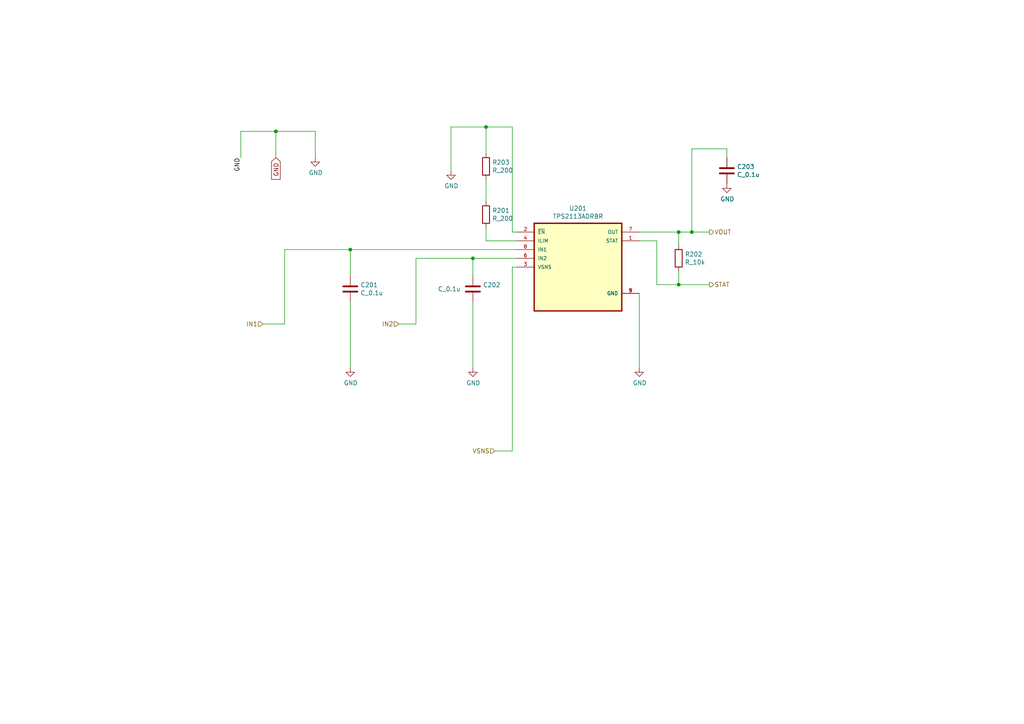
<source format=kicad_sch>
(kicad_sch (version 20211123) (generator eeschema)
  (paper "A4")
  (lib_symbols
    (symbol "Device:C" (pin_numbers hide) (pin_names (offset 0.254))
      (property "Reference" "C" (at 0.635 2.54 0))
      (property "Value" "C" (at 0.635 -2.54 0))
      (symbol "C_0_1"
        (polyline (pts (xy -2.032 -0.762) (xy 2.032 -0.762)) (stroke (width 0.508)))
        (polyline (pts (xy -2.032 0.762) (xy 2.032 0.762)) (stroke (width 0.508)))
      )
      (symbol "C_1_1"
        (pin passive line (at 0 3.81 270) (length 2.794) (name "~") (number "1"))
        (pin passive line (at 0 -3.81 90) (length 2.794) (name "~") (number "2"))
      )
    )
    (symbol "Device:R" (pin_numbers hide) (pin_names (offset 0))
      (property "Reference" "R" (at 2.032 0 90))
      (property "Value" "R" (at 0 0 90))
      (symbol "R_0_1"
        (rectangle (start -1.016 -2.54) (end 1.016 2.54) (stroke (width 0.254)))
      )
      (symbol "R_1_1"
        (pin passive line (at 0 3.81 270) (length 1.27) (name "~") (number "1"))
        (pin passive line (at 0 -3.81 90) (length 1.27) (name "~") (number "2"))
      )
    )
    (symbol "REV2_SPRING_2022-rescue:TPS2113ADRBR-TPS2113ADRBR" (pin_names (offset 1.016))
      (property "Reference" "U" (at -12.7 13.6906 0))
      (property "Value" "TPS2113ADRBR-TPS2113ADRBR" (at -12.7 -16.6878 0))
      (symbol "TPS2113ADRBR-TPS2113ADRBR_0_0"
        (rectangle (start -12.7 -12.7) (end 12.7 12.7) (stroke (width 0.4064)) (fill (type background)))
        (pin output line (at 17.78 7.62 180) (length 5.08) (name "STAT") (number "1"))
        (pin input line (at -17.78 10.16 0) (length 5.08) (name "~{EN}") (number "2"))
        (pin input line (at -17.78 0 0) (length 5.08) (name "VSNS") (number "3"))
        (pin input line (at -17.78 7.62 0) (length 5.08) (name "ILIM") (number "4"))
        (pin power_in line (at 17.78 -7.62 180) (length 5.08) (name "GND") (number "5"))
        (pin input line (at -17.78 2.54 0) (length 5.08) (name "IN2") (number "6"))
        (pin output line (at 17.78 10.16 180) (length 5.08) (name "OUT") (number "7"))
        (pin input line (at -17.78 5.08 0) (length 5.08) (name "IN1") (number "8"))
        (pin power_in line (at 17.78 -7.62 180) (length 5.08) (name "GND") (number "9"))
      )
    )
    (symbol "power:GND" (power) (pin_names (offset 0))
      (property "Value" "GND" (at 0 -3.81 0))
      (symbol "GND_0_1"
        (polyline (pts (xy 0 0) (xy 0 -1.27) (xy 1.27 -1.27) (xy 0 -2.54) (xy -1.27 -1.27) (xy 0 -1.27)))
      )
      (symbol "GND_1_1"
        (pin power_in line (at 0 0 270) (length 0) hide (name "GND") (number "1"))
      )
    )
  )
  (junction (at 196.85 67.31))
  (junction (at 80.01 38.1))
  (junction (at 140.97 36.83))
  (junction (at 137.16 74.93))
  (junction (at 200.66 67.31))
  (junction (at 101.6 72.39))
  (junction (at 196.85 82.55))
  (wire (pts (xy 149.86 69.85) (xy 140.97 69.85)))
  (wire (pts (xy 148.59 36.83) (xy 148.59 67.31)))
  (wire (pts (xy 200.66 67.31) (xy 205.74 67.31)))
  (wire (pts (xy 101.6 72.39) (xy 101.6 80.01)))
  (wire (pts (xy 80.01 38.1) (xy 80.01 45.72)))
  (wire (pts (xy 137.16 74.93) (xy 137.16 80.01)))
  (wire (pts (xy 82.55 93.98) (xy 76.2 93.98)))
  (wire (pts (xy 190.5 82.55) (xy 196.85 82.55)))
  (wire (pts (xy 140.97 69.85) (xy 140.97 66.04)))
  (wire (pts (xy 200.66 43.18) (xy 210.82 43.18)))
  (wire (pts (xy 190.5 69.85) (xy 190.5 82.55)))
  (wire (pts (xy 130.81 36.83) (xy 130.81 49.53)))
  (wire (pts (xy 91.44 38.1) (xy 91.44 45.72)))
  (wire (pts (xy 185.42 67.31) (xy 196.85 67.31)))
  (wire (pts (xy 140.97 36.83) (xy 140.97 44.45)))
  (wire (pts (xy 149.86 67.31) (xy 148.59 67.31)))
  (wire (pts (xy 80.01 38.1) (xy 91.44 38.1)))
  (wire (pts (xy 185.42 85.09) (xy 185.42 106.68)))
  (wire (pts (xy 137.16 74.93) (xy 120.65 74.93)))
  (wire (pts (xy 130.81 36.83) (xy 140.97 36.83)))
  (wire (pts (xy 196.85 82.55) (xy 196.85 78.74)))
  (wire (pts (xy 200.66 67.31) (xy 200.66 43.18)))
  (wire (pts (xy 140.97 58.42) (xy 140.97 52.07)))
  (wire (pts (xy 210.82 43.18) (xy 210.82 45.72)))
  (wire (pts (xy 196.85 67.31) (xy 200.66 67.31)))
  (wire (pts (xy 185.42 69.85) (xy 190.5 69.85)))
  (wire (pts (xy 140.97 36.83) (xy 148.59 36.83)))
  (wire (pts (xy 137.16 87.63) (xy 137.16 106.68)))
  (wire (pts (xy 120.65 74.93) (xy 120.65 93.98)))
  (wire (pts (xy 149.86 74.93) (xy 137.16 74.93)))
  (wire (pts (xy 69.85 38.1) (xy 80.01 38.1)))
  (wire (pts (xy 148.59 77.47) (xy 148.59 130.81)))
  (wire (pts (xy 69.85 45.72) (xy 69.85 38.1)))
  (wire (pts (xy 82.55 72.39) (xy 82.55 93.98)))
  (wire (pts (xy 148.59 130.81) (xy 143.51 130.81)))
  (wire (pts (xy 196.85 82.55) (xy 205.74 82.55)))
  (wire (pts (xy 196.85 71.12) (xy 196.85 67.31)))
  (wire (pts (xy 82.55 72.39) (xy 101.6 72.39)))
  (wire (pts (xy 115.57 93.98) (xy 120.65 93.98)))
  (wire (pts (xy 149.86 77.47) (xy 148.59 77.47)))
  (wire (pts (xy 101.6 72.39) (xy 149.86 72.39)))
  (wire (pts (xy 101.6 87.63) (xy 101.6 106.68)))
  (label "GND" (at 69.85 45.72 270))
  (global_label "GND" (shape input) (at 80.01 45.72 270) (property "Intersheet References" "${INTERSHEET_REFS}" (effects hide)))
  (hierarchical_label "IN1" (shape input) (at 76.2 93.98 180))
  (hierarchical_label "VOUT" (shape output) (at 205.74 67.31 0))
  (hierarchical_label "IN2" (shape input) (at 115.57 93.98 180))
  (hierarchical_label "VSNS" (shape input) (at 143.51 130.81 180))
  (hierarchical_label "STAT" (shape output) (at 205.74 82.55 0))
  (symbol (lib_id "Device:R") (at 140.97 48.26 0) (unit 1)
    (property "Reference" "R203" (at 142.748 47.0916 0) (effects (justify left)))
    (property "Value" "R_200" (at 142.748 49.403 0) (effects (justify left)))
    (property "Footprint" "Resistor_SMD:R_0805_2012Metric_Pad1.20x1.40mm_HandSolder" (effects hide))
  )
  (symbol (lib_id "REV2_SPRING_2022-rescue:TPS2113ADRBR-TPS2113ADRBR") (at 167.64 77.47 0) (unit 1)
    (property "Reference" "U201" (at 167.64 60.452 0))
    (property "Value" "TPS2113ADRBR" (at 167.64 62.7634 0))
    (property "Footprint" "Package_SO:TSSOP-8_4.4x3mm_P0.65mm" (effects hide))
    (property "Datasheet" "https://www.ti.com/lit/ds/symlink/tps2113a.pdf" (effects hide))
  )
  (symbol (lib_id "Device:C") (at 101.6 83.82 0) (unit 1)
    (property "Reference" "C201" (at 104.521 82.6516 0) (effects (justify left)))
    (property "Value" "C_0.1u" (at 104.521 84.963 0) (effects (justify left)))
    (property "Footprint" "Capacitor_SMD:C_0805_2012Metric_Pad1.18x1.45mm_HandSolder" (effects hide))
  )
  (symbol (lib_id "Device:C") (at 137.16 83.82 0) (unit 1)
    (property "Reference" "C202" (at 140.081 82.6516 0) (effects (justify left)))
    (property "Value" "C_0.1u" (at 127 83.82 0) (effects (justify left)))
    (property "Footprint" "Capacitor_SMD:C_0805_2012Metric_Pad1.18x1.45mm_HandSolder" (effects hide))
  )
  (symbol (lib_id "Device:R") (at 140.97 62.23 0) (unit 1)
    (property "Reference" "R201" (at 142.748 61.0616 0) (effects (justify left)))
    (property "Value" "R_200" (at 142.748 63.373 0) (effects (justify left)))
    (property "Footprint" "Resistor_SMD:R_0805_2012Metric_Pad1.20x1.40mm_HandSolder" (effects hide))
  )
  (symbol (lib_id "power:GND") (at 130.81 49.53 0) (unit 1)
    (property "Reference" "#PWR0121" (effects hide))
    (property "Value" "GND" (at 130.937 53.9242 0))
  )
  (symbol (lib_id "power:GND") (at 101.6 106.68 0) (unit 1)
    (property "Reference" "#PWR0123" (effects hide))
    (property "Value" "GND" (at 101.727 111.0742 0))
  )
  (symbol (lib_id "power:GND") (at 137.16 106.68 0) (unit 1)
    (property "Reference" "#PWR0125" (effects hide))
    (property "Value" "GND" (at 137.287 111.0742 0))
  )
  (symbol (lib_id "power:GND") (at 185.42 106.68 0) (unit 1)
    (property "Reference" "#PWR0126" (effects hide))
    (property "Value" "GND" (at 185.547 111.0742 0))
  )
  (symbol (lib_id "Device:R") (at 196.85 74.93 0) (unit 1)
    (property "Reference" "R202" (at 198.628 73.7616 0) (effects (justify left)))
    (property "Value" "R_10k" (at 198.628 76.073 0) (effects (justify left)))
    (property "Footprint" "Resistor_SMD:R_0805_2012Metric_Pad1.20x1.40mm_HandSolder" (effects hide))
  )
  (symbol (lib_id "Device:C") (at 210.82 49.53 0) (unit 1)
    (property "Reference" "C203" (at 213.741 48.3616 0) (effects (justify left)))
    (property "Value" "C_0.1u" (at 213.741 50.673 0) (effects (justify left)))
    (property "Footprint" "Capacitor_SMD:C_0805_2012Metric_Pad1.18x1.45mm_HandSolder" (effects hide))
  )
  (symbol (lib_id "power:GND") (at 210.82 53.34 0) (unit 1)
    (property "Reference" "#PWR0127" (effects hide))
    (property "Value" "GND" (at 210.947 57.7342 0))
  )
  (symbol (lib_id "power:GND") (at 91.44 45.72 0) (unit 1)
    (property "Reference" "#PWR0128" (effects hide))
    (property "Value" "GND" (at 91.567 50.1142 0))
  )
)
</source>
